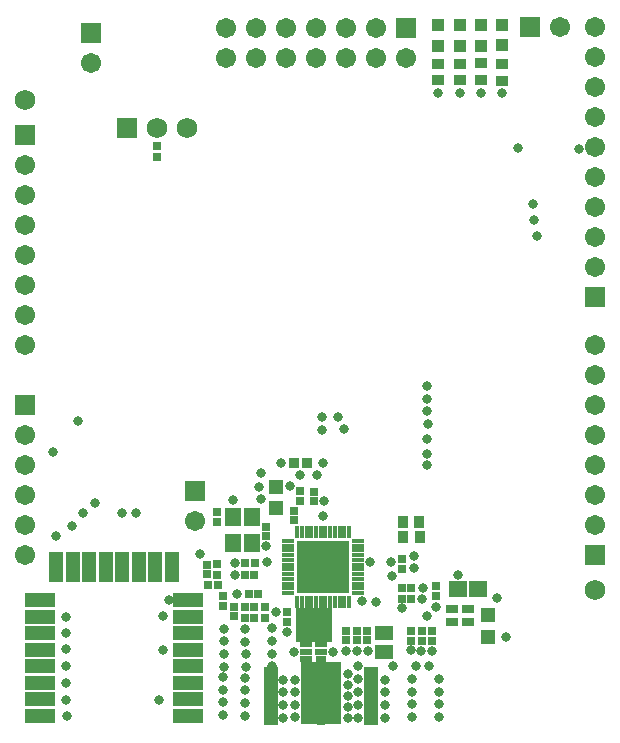
<source format=gbr>
%FSLAX44Y44*%
%MOMM*%
%SFA1B1*%

%IPPOS*%
%ADD15R,0.999998X0.999998*%
%ADD81R,0.299999X0.999998*%
%ADD82R,0.999998X0.299999*%
%ADD88R,3.049994X2.849994*%
%ADD89R,3.499993X5.299989*%
%ADD90R,0.903198X1.103198*%
%ADD91R,1.303197X1.303197*%
%ADD92R,0.723199X0.723199*%
%ADD93R,0.723199X0.723199*%
%ADD94R,0.753198X0.653199*%
%ADD95R,1.103198X0.903198*%
%ADD96R,1.553197X1.153198*%
%ADD97R,1.503197X1.353197*%
%ADD98R,1.203198X2.653295*%
%ADD99R,2.653295X1.203198*%
%ADD100R,1.003198X0.503199*%
%ADD101R,0.903198X0.503199*%
%ADD102R,1.053198X0.803198*%
%ADD103R,4.499991X4.499991*%
%ADD104R,0.853198X0.953198*%
%ADD105R,1.223198X4.953190*%
%ADD106R,0.713199X2.113196*%
%ADD107R,1.353197X1.603197*%
%ADD108R,1.703197X1.703197*%
%ADD109C,1.703197*%
%ADD110R,1.703197X1.703197*%
%ADD111C,1.753196*%
%ADD112R,1.753196X1.753196*%
%ADD113C,0.803198*%
%ADD114C,0.449999*%
G54D15*
X382833Y574499D03*
Y591499D03*
X400917Y574499D03*
Y591499D03*
X364749Y574499D03*
Y591499D03*
X419000Y574749D03*
Y591749D03*
G54D81*
X289249Y162499D03*
X281249D03*
X273249D03*
X265249D03*
X257249D03*
X249249D03*
X245249D03*
X253249D03*
X261249D03*
X269249D03*
X277249D03*
X285249D03*
X245249Y103499D03*
X253249D03*
X261249D03*
X269249D03*
X277249D03*
X285249D03*
X289249D03*
X281249D03*
X273249D03*
X265249D03*
X257249D03*
X249249D03*
G54D82*
X296749Y110999D03*
Y118999D03*
Y127000D03*
Y134999D03*
Y142999D03*
Y150999D03*
Y154999D03*
Y146999D03*
Y138999D03*
Y130999D03*
Y122999D03*
Y114999D03*
X237749Y150999D03*
Y142999D03*
Y134999D03*
Y127000D03*
Y118999D03*
Y110999D03*
Y114999D03*
Y122999D03*
Y130999D03*
Y138999D03*
Y146999D03*
Y154999D03*
G54D88*
X259249Y84249D03*
G54D89*
X265249Y26499D03*
G54D90*
X334749Y171249D03*
X348749D03*
X334999Y158249D03*
X348999D03*
G54D91*
X406999Y91999D03*
Y73999D03*
X227330Y200660D03*
Y182659D03*
G54D92*
X177499Y171249D03*
Y179249D03*
X168910Y134809D03*
Y126809D03*
X263749Y84249D03*
Y76249D03*
X254749Y84249D03*
Y76249D03*
X362999Y108499D03*
Y116499D03*
X259749Y188499D03*
Y196499D03*
X182880Y108139D03*
Y100139D03*
X191770Y99249D03*
Y91249D03*
X247650Y189039D03*
Y197039D03*
X236749Y94499D03*
Y86499D03*
X242570Y172529D03*
Y180529D03*
X341499Y78749D03*
Y70749D03*
X359749D03*
Y78749D03*
X350749D03*
Y70749D03*
X304800Y78929D03*
Y70929D03*
X287020D03*
Y78929D03*
X295910D03*
Y70929D03*
X334499Y131499D03*
Y139499D03*
X219249Y167249D03*
Y159249D03*
G54D93*
X177989Y118110D03*
X169989D03*
X200999Y89999D03*
X208999D03*
Y98999D03*
X200999D03*
X209499Y135999D03*
X201499D03*
X208999Y125999D03*
X200999D03*
X212279Y110490D03*
X204279D03*
X333749Y114999D03*
X341749D03*
X333749Y106249D03*
X341749D03*
G54D94*
X177800Y135309D03*
Y126309D03*
X217999Y89999D03*
Y98999D03*
X127000Y480499D03*
Y489499D03*
G54D95*
X418999Y544749D03*
Y558749D03*
X382832Y544999D03*
Y558999D03*
X400916Y545499D03*
Y559499D03*
X364749Y544999D03*
Y558999D03*
G54D96*
X318999Y60999D03*
Y76999D03*
G54D97*
X381749Y114249D03*
X398749D03*
G54D98*
X125250Y132999D03*
X139250D03*
X111249D03*
X97249D03*
X83251D03*
X69250D03*
X55250D03*
X41250D03*
G54D99*
X153251Y104998D03*
Y91000D03*
Y76999D03*
Y62999D03*
Y48999D03*
Y34998D03*
X27249Y104998D03*
Y91000D03*
Y76999D03*
Y62999D03*
Y48999D03*
Y21000D03*
Y34998D03*
X153251Y21000D03*
Y7000D03*
X27249D03*
G54D100*
X252749Y54999D03*
Y61249D03*
Y67749D03*
X265749Y61249D03*
Y67749D03*
G54D101*
X265249Y54999D03*
G54D102*
X389749Y86749D03*
X376249D03*
X389749Y97749D03*
X376249D03*
G54D103*
X267249Y132999D03*
G54D104*
X242499Y220999D03*
X253499D03*
G54D105*
X222749Y23749D03*
X307749D03*
G54D106*
X265249Y9549D03*
G54D107*
X190749Y175499D03*
Y153499D03*
X206749Y175499D03*
Y153499D03*
G54D108*
X497599Y142999D03*
Y361399D03*
X158499Y197499D03*
X70999Y585249D03*
X14999Y269999D03*
Y498599D03*
G54D109*
X497599Y168399D03*
Y193799D03*
Y219199D03*
Y244599D03*
Y269999D03*
Y295399D03*
Y320799D03*
X467999Y589999D03*
X497599Y412199D03*
Y589999D03*
Y564599D03*
Y539199D03*
Y513799D03*
Y488399D03*
Y462999D03*
Y437599D03*
Y386799D03*
X158499Y172099D03*
X70999Y559849D03*
X14999Y244599D03*
Y219199D03*
Y193799D03*
Y168399D03*
Y142999D03*
Y473199D03*
Y447799D03*
Y422399D03*
Y396999D03*
Y371599D03*
Y346199D03*
Y320799D03*
X184999Y563999D03*
Y589399D03*
X210399Y563999D03*
Y589399D03*
X235799Y563999D03*
Y589399D03*
X261199Y563999D03*
Y589399D03*
X286599Y563999D03*
Y589399D03*
X311999Y563999D03*
Y589399D03*
X337399Y563999D03*
G54D110*
X442599Y589999D03*
X337399Y589399D03*
G54D111*
X497599Y113249D03*
X14999Y528499D03*
X126899Y504499D03*
X152299D03*
G54D112*
X101499Y504499D03*
G54D113*
X59999Y256499D03*
X38999Y229999D03*
X354999Y218999D03*
Y228999D03*
X355999Y254000D03*
X354999Y240999D03*
X364749Y533999D03*
X354999Y264999D03*
Y274999D03*
Y285999D03*
X418999Y533999D03*
X400916D03*
X382832D03*
X265999Y259999D03*
Y248999D03*
X108999Y178999D03*
X445999Y426999D03*
X447999Y412999D03*
X284999Y249999D03*
X279999Y259999D03*
X73999Y186999D03*
X63999Y178999D03*
X54999Y167999D03*
X49999Y90999D03*
Y76999D03*
X444999Y439999D03*
X49999Y63249D03*
X266999Y220999D03*
X96999Y178999D03*
X49999Y34999D03*
X483999Y486999D03*
X431999Y487999D03*
X299999Y103999D03*
X325124Y136999D03*
X261999Y210749D03*
X326249Y49499D03*
X341329Y62499D03*
X267249Y175999D03*
X231749Y220749D03*
X325749Y125499D03*
X344499Y131749D03*
X381749Y126499D03*
X213360Y200660D03*
X414749Y106999D03*
X194310Y110490D03*
X192499Y125999D03*
Y135999D03*
X219249Y150499D03*
X219999Y137249D03*
X227749Y94499D03*
X236749Y77749D03*
X286999Y62249D03*
X304999D03*
X296249D03*
X267999Y188499D03*
X242499Y61249D03*
X275999D03*
X306999Y137499D03*
X319999Y16166D03*
Y5499D03*
Y26832D03*
X342749Y16916D03*
X365499Y6249D03*
X345819Y49499D03*
X356999D03*
X201499Y17916D03*
Y7249D03*
X201249Y28582D03*
Y39249D03*
X182749Y18416D03*
Y7749D03*
X182499Y29083D03*
Y39749D03*
X183249Y59416D03*
Y48749D03*
X182999Y70082D03*
Y80749D03*
X201749Y59166D03*
Y48499D03*
X201499Y69832D03*
Y80499D03*
X223999Y59666D03*
Y48999D03*
X223749Y70332D03*
Y80999D03*
X365499Y27582D03*
X342749D03*
Y38249D03*
X365499D03*
X342749Y6249D03*
X365499Y16916D03*
X319999Y37499D03*
X49999Y20749D03*
X50249Y6999D03*
X49999Y49499D03*
X128749Y20749D03*
X40999Y159499D03*
X214630Y190500D03*
X247650Y210820D03*
X350329Y62249D03*
X359079Y61999D03*
X354999Y91249D03*
X312249Y103249D03*
X350759Y106139D03*
X334249Y97999D03*
X421999Y73749D03*
X287999Y42249D03*
Y32999D03*
Y14249D03*
Y4999D03*
Y23499D03*
X297249Y4749D03*
Y15999D03*
Y26999D03*
Y38249D03*
Y49499D03*
X233499Y37499D03*
X243249Y37749D03*
Y26999D03*
X233499Y26749D03*
X233749Y16249D03*
X243499Y16499D03*
X233749Y5499D03*
X243499Y5749D03*
X214789Y212249D03*
X131749Y91249D03*
Y62999D03*
X162749Y143749D03*
X136750Y104998D03*
X344249Y141999D03*
X351749Y114999D03*
X238999Y201999D03*
X190749Y189499D03*
X362999Y99499D03*
G54D114*
X254749Y132999D03*
X266749Y144999D03*
X278749D03*
X266749Y132999D03*
X254749Y144999D03*
X279749Y132999D03*
X278749Y120999D03*
X254749D03*
X266749D03*
M02*
</source>
